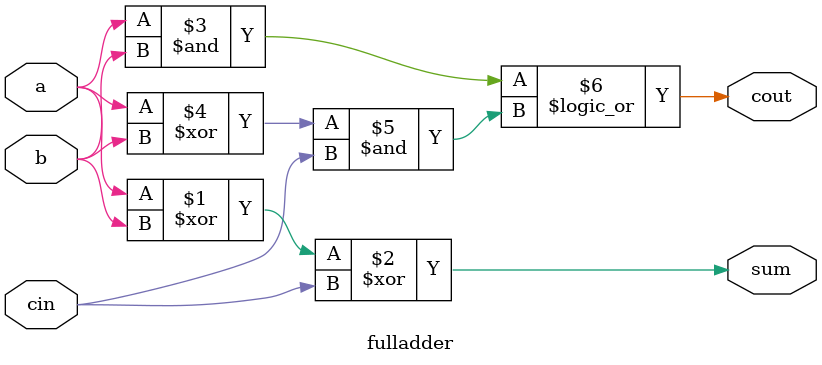
<source format=v>
`include "../../Timescale.vh"

`default_nettype none
module fulladder(a,b,cin,sum,cout);     //working #tested
	input a,b,cin;
	output sum,cout;

	assign sum=a^b^cin;
	assign cout=(a&b) || (a^b)&cin;
endmodule
</source>
